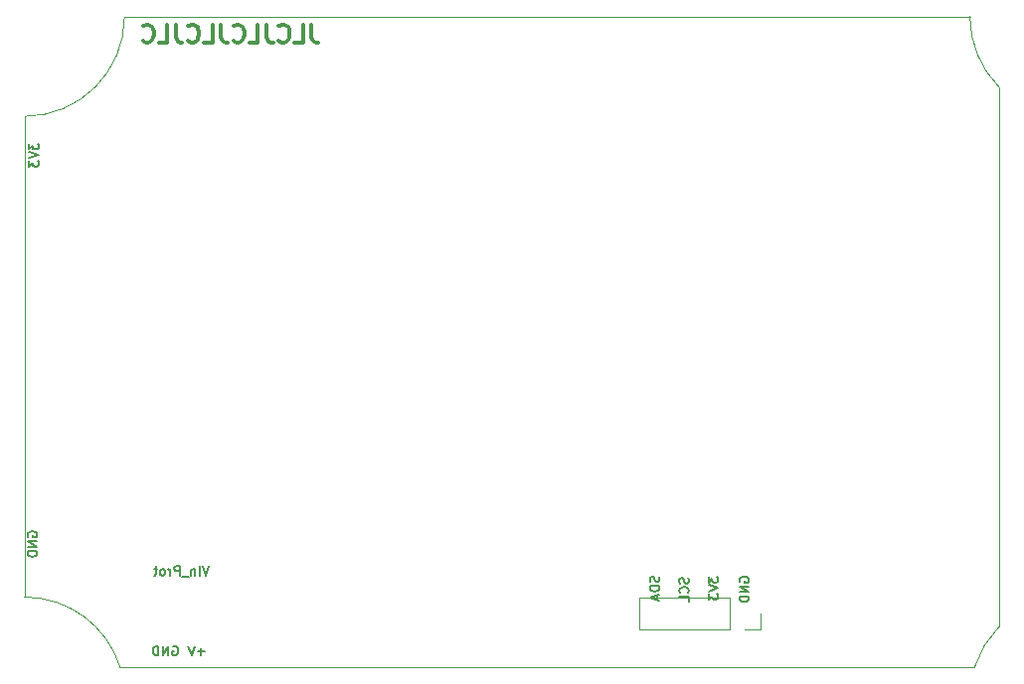
<source format=gbr>
%TF.GenerationSoftware,KiCad,Pcbnew,(5.1.9-0-10_14)*%
%TF.CreationDate,2021-01-29T17:32:38+02:00*%
%TF.ProjectId,SH-ESP32-HAT-Proto,53482d45-5350-4333-922d-4841542d5072,0.1.0*%
%TF.SameCoordinates,Original*%
%TF.FileFunction,Legend,Bot*%
%TF.FilePolarity,Positive*%
%FSLAX46Y46*%
G04 Gerber Fmt 4.6, Leading zero omitted, Abs format (unit mm)*
G04 Created by KiCad (PCBNEW (5.1.9-0-10_14)) date 2021-01-29 17:32:38*
%MOMM*%
%LPD*%
G01*
G04 APERTURE LIST*
%TA.AperFunction,Profile*%
%ADD10C,0.050000*%
%TD*%
%ADD11C,0.160000*%
%ADD12C,0.300000*%
%ADD13C,0.120000*%
G04 APERTURE END LIST*
D10*
X171989592Y-63010408D02*
X172000000Y-109000000D01*
D11*
X89290000Y-101370476D02*
X89251904Y-101294285D01*
X89251904Y-101180000D01*
X89290000Y-101065714D01*
X89366190Y-100989523D01*
X89442380Y-100951428D01*
X89594761Y-100913333D01*
X89709047Y-100913333D01*
X89861428Y-100951428D01*
X89937619Y-100989523D01*
X90013809Y-101065714D01*
X90051904Y-101180000D01*
X90051904Y-101256190D01*
X90013809Y-101370476D01*
X89975714Y-101408571D01*
X89709047Y-101408571D01*
X89709047Y-101256190D01*
X90051904Y-101751428D02*
X89251904Y-101751428D01*
X90051904Y-102208571D01*
X89251904Y-102208571D01*
X90051904Y-102589523D02*
X89251904Y-102589523D01*
X89251904Y-102780000D01*
X89290000Y-102894285D01*
X89366190Y-102970476D01*
X89442380Y-103008571D01*
X89594761Y-103046666D01*
X89709047Y-103046666D01*
X89861428Y-103008571D01*
X89937619Y-102970476D01*
X90013809Y-102894285D01*
X90051904Y-102780000D01*
X90051904Y-102589523D01*
X89371904Y-67819523D02*
X89371904Y-68314761D01*
X89676666Y-68048095D01*
X89676666Y-68162380D01*
X89714761Y-68238571D01*
X89752857Y-68276666D01*
X89829047Y-68314761D01*
X90019523Y-68314761D01*
X90095714Y-68276666D01*
X90133809Y-68238571D01*
X90171904Y-68162380D01*
X90171904Y-67933809D01*
X90133809Y-67857619D01*
X90095714Y-67819523D01*
X89371904Y-68543333D02*
X90171904Y-68810000D01*
X89371904Y-69076666D01*
X89371904Y-69267142D02*
X89371904Y-69762380D01*
X89676666Y-69495714D01*
X89676666Y-69610000D01*
X89714761Y-69686190D01*
X89752857Y-69724285D01*
X89829047Y-69762380D01*
X90019523Y-69762380D01*
X90095714Y-69724285D01*
X90133809Y-69686190D01*
X90171904Y-69610000D01*
X90171904Y-69381428D01*
X90133809Y-69305238D01*
X90095714Y-69267142D01*
X143013809Y-104768571D02*
X143051904Y-104882857D01*
X143051904Y-105073333D01*
X143013809Y-105149523D01*
X142975714Y-105187619D01*
X142899523Y-105225714D01*
X142823333Y-105225714D01*
X142747142Y-105187619D01*
X142709047Y-105149523D01*
X142670952Y-105073333D01*
X142632857Y-104920952D01*
X142594761Y-104844761D01*
X142556666Y-104806666D01*
X142480476Y-104768571D01*
X142404285Y-104768571D01*
X142328095Y-104806666D01*
X142290000Y-104844761D01*
X142251904Y-104920952D01*
X142251904Y-105111428D01*
X142290000Y-105225714D01*
X143051904Y-105568571D02*
X142251904Y-105568571D01*
X142251904Y-105759047D01*
X142290000Y-105873333D01*
X142366190Y-105949523D01*
X142442380Y-105987619D01*
X142594761Y-106025714D01*
X142709047Y-106025714D01*
X142861428Y-105987619D01*
X142937619Y-105949523D01*
X143013809Y-105873333D01*
X143051904Y-105759047D01*
X143051904Y-105568571D01*
X142823333Y-106330476D02*
X142823333Y-106711428D01*
X143051904Y-106254285D02*
X142251904Y-106520952D01*
X143051904Y-106787619D01*
X145513809Y-104887619D02*
X145551904Y-105001904D01*
X145551904Y-105192380D01*
X145513809Y-105268571D01*
X145475714Y-105306666D01*
X145399523Y-105344761D01*
X145323333Y-105344761D01*
X145247142Y-105306666D01*
X145209047Y-105268571D01*
X145170952Y-105192380D01*
X145132857Y-105040000D01*
X145094761Y-104963809D01*
X145056666Y-104925714D01*
X144980476Y-104887619D01*
X144904285Y-104887619D01*
X144828095Y-104925714D01*
X144790000Y-104963809D01*
X144751904Y-105040000D01*
X144751904Y-105230476D01*
X144790000Y-105344761D01*
X145475714Y-106144761D02*
X145513809Y-106106666D01*
X145551904Y-105992380D01*
X145551904Y-105916190D01*
X145513809Y-105801904D01*
X145437619Y-105725714D01*
X145361428Y-105687619D01*
X145209047Y-105649523D01*
X145094761Y-105649523D01*
X144942380Y-105687619D01*
X144866190Y-105725714D01*
X144790000Y-105801904D01*
X144751904Y-105916190D01*
X144751904Y-105992380D01*
X144790000Y-106106666D01*
X144828095Y-106144761D01*
X145551904Y-106868571D02*
X145551904Y-106487619D01*
X144751904Y-106487619D01*
X149890000Y-105230476D02*
X149851904Y-105154285D01*
X149851904Y-105040000D01*
X149890000Y-104925714D01*
X149966190Y-104849523D01*
X150042380Y-104811428D01*
X150194761Y-104773333D01*
X150309047Y-104773333D01*
X150461428Y-104811428D01*
X150537619Y-104849523D01*
X150613809Y-104925714D01*
X150651904Y-105040000D01*
X150651904Y-105116190D01*
X150613809Y-105230476D01*
X150575714Y-105268571D01*
X150309047Y-105268571D01*
X150309047Y-105116190D01*
X150651904Y-105611428D02*
X149851904Y-105611428D01*
X150651904Y-106068571D01*
X149851904Y-106068571D01*
X150651904Y-106449523D02*
X149851904Y-106449523D01*
X149851904Y-106640000D01*
X149890000Y-106754285D01*
X149966190Y-106830476D01*
X150042380Y-106868571D01*
X150194761Y-106906666D01*
X150309047Y-106906666D01*
X150461428Y-106868571D01*
X150537619Y-106830476D01*
X150613809Y-106754285D01*
X150651904Y-106640000D01*
X150651904Y-106449523D01*
X147251904Y-104749523D02*
X147251904Y-105244761D01*
X147556666Y-104978095D01*
X147556666Y-105092380D01*
X147594761Y-105168571D01*
X147632857Y-105206666D01*
X147709047Y-105244761D01*
X147899523Y-105244761D01*
X147975714Y-105206666D01*
X148013809Y-105168571D01*
X148051904Y-105092380D01*
X148051904Y-104863809D01*
X148013809Y-104787619D01*
X147975714Y-104749523D01*
X147251904Y-105473333D02*
X148051904Y-105740000D01*
X147251904Y-106006666D01*
X147251904Y-106197142D02*
X147251904Y-106692380D01*
X147556666Y-106425714D01*
X147556666Y-106540000D01*
X147594761Y-106616190D01*
X147632857Y-106654285D01*
X147709047Y-106692380D01*
X147899523Y-106692380D01*
X147975714Y-106654285D01*
X148013809Y-106616190D01*
X148051904Y-106540000D01*
X148051904Y-106311428D01*
X148013809Y-106235238D01*
X147975714Y-106197142D01*
D10*
X89000000Y-106499081D02*
G75*
G02*
X97125000Y-112500000I0J-8500919D01*
G01*
X89000000Y-106500000D02*
X89000000Y-103000000D01*
X127000000Y-112500000D02*
X97125000Y-112500000D01*
X127000000Y-112500000D02*
X153000000Y-112500000D01*
D11*
X104347619Y-111157142D02*
X103738095Y-111157142D01*
X104042857Y-111461904D02*
X104042857Y-110852380D01*
X103471428Y-110661904D02*
X103204761Y-111461904D01*
X102938095Y-110661904D01*
D10*
X153000000Y-112500000D02*
X169891435Y-112499765D01*
X153000000Y-112500000D02*
X153000000Y-112500000D01*
X169891436Y-112499765D02*
G75*
G02*
X172000000Y-109000000I8108564J-2500235D01*
G01*
X171989592Y-63010408D02*
G75*
G02*
X169500000Y-57000000I6010408J6010408D01*
G01*
X97500000Y-57000000D02*
G75*
G02*
X89000000Y-65500000I-8500000J0D01*
G01*
X169500000Y-57000000D02*
X97500000Y-57000000D01*
X89000000Y-65500000D02*
X89000000Y-103000000D01*
D11*
X101609523Y-110700000D02*
X101685714Y-110661904D01*
X101800000Y-110661904D01*
X101914285Y-110700000D01*
X101990476Y-110776190D01*
X102028571Y-110852380D01*
X102066666Y-111004761D01*
X102066666Y-111119047D01*
X102028571Y-111271428D01*
X101990476Y-111347619D01*
X101914285Y-111423809D01*
X101800000Y-111461904D01*
X101723809Y-111461904D01*
X101609523Y-111423809D01*
X101571428Y-111385714D01*
X101571428Y-111119047D01*
X101723809Y-111119047D01*
X101228571Y-111461904D02*
X101228571Y-110661904D01*
X100771428Y-111461904D01*
X100771428Y-110661904D01*
X100390476Y-111461904D02*
X100390476Y-110661904D01*
X100200000Y-110661904D01*
X100085714Y-110700000D01*
X100009523Y-110776190D01*
X99971428Y-110852380D01*
X99933333Y-111004761D01*
X99933333Y-111119047D01*
X99971428Y-111271428D01*
X100009523Y-111347619D01*
X100085714Y-111423809D01*
X100200000Y-111461904D01*
X100390476Y-111461904D01*
X104711904Y-103861904D02*
X104445238Y-104661904D01*
X104178571Y-103861904D01*
X103911904Y-104661904D02*
X103911904Y-103861904D01*
X103530952Y-104128571D02*
X103530952Y-104661904D01*
X103530952Y-104204761D02*
X103492857Y-104166666D01*
X103416666Y-104128571D01*
X103302380Y-104128571D01*
X103226190Y-104166666D01*
X103188095Y-104242857D01*
X103188095Y-104661904D01*
X102997619Y-104738095D02*
X102388095Y-104738095D01*
X102197619Y-104661904D02*
X102197619Y-103861904D01*
X101892857Y-103861904D01*
X101816666Y-103900000D01*
X101778571Y-103938095D01*
X101740476Y-104014285D01*
X101740476Y-104128571D01*
X101778571Y-104204761D01*
X101816666Y-104242857D01*
X101892857Y-104280952D01*
X102197619Y-104280952D01*
X101397619Y-104661904D02*
X101397619Y-104128571D01*
X101397619Y-104280952D02*
X101359523Y-104204761D01*
X101321428Y-104166666D01*
X101245238Y-104128571D01*
X101169047Y-104128571D01*
X100788095Y-104661904D02*
X100864285Y-104623809D01*
X100902380Y-104585714D01*
X100940476Y-104509523D01*
X100940476Y-104280952D01*
X100902380Y-104204761D01*
X100864285Y-104166666D01*
X100788095Y-104128571D01*
X100673809Y-104128571D01*
X100597619Y-104166666D01*
X100559523Y-104204761D01*
X100521428Y-104280952D01*
X100521428Y-104509523D01*
X100559523Y-104585714D01*
X100597619Y-104623809D01*
X100673809Y-104661904D01*
X100788095Y-104661904D01*
X100292857Y-104128571D02*
X99988095Y-104128571D01*
X100178571Y-103861904D02*
X100178571Y-104547619D01*
X100140476Y-104623809D01*
X100064285Y-104661904D01*
X99988095Y-104661904D01*
D12*
X113428571Y-57678571D02*
X113428571Y-58750000D01*
X113500000Y-58964285D01*
X113642857Y-59107142D01*
X113857142Y-59178571D01*
X114000000Y-59178571D01*
X112000000Y-59178571D02*
X112714285Y-59178571D01*
X112714285Y-57678571D01*
X110642857Y-59035714D02*
X110714285Y-59107142D01*
X110928571Y-59178571D01*
X111071428Y-59178571D01*
X111285714Y-59107142D01*
X111428571Y-58964285D01*
X111500000Y-58821428D01*
X111571428Y-58535714D01*
X111571428Y-58321428D01*
X111500000Y-58035714D01*
X111428571Y-57892857D01*
X111285714Y-57750000D01*
X111071428Y-57678571D01*
X110928571Y-57678571D01*
X110714285Y-57750000D01*
X110642857Y-57821428D01*
X109571428Y-57678571D02*
X109571428Y-58750000D01*
X109642857Y-58964285D01*
X109785714Y-59107142D01*
X110000000Y-59178571D01*
X110142857Y-59178571D01*
X108142857Y-59178571D02*
X108857142Y-59178571D01*
X108857142Y-57678571D01*
X106785714Y-59035714D02*
X106857142Y-59107142D01*
X107071428Y-59178571D01*
X107214285Y-59178571D01*
X107428571Y-59107142D01*
X107571428Y-58964285D01*
X107642857Y-58821428D01*
X107714285Y-58535714D01*
X107714285Y-58321428D01*
X107642857Y-58035714D01*
X107571428Y-57892857D01*
X107428571Y-57750000D01*
X107214285Y-57678571D01*
X107071428Y-57678571D01*
X106857142Y-57750000D01*
X106785714Y-57821428D01*
X105714285Y-57678571D02*
X105714285Y-58750000D01*
X105785714Y-58964285D01*
X105928571Y-59107142D01*
X106142857Y-59178571D01*
X106285714Y-59178571D01*
X104285714Y-59178571D02*
X105000000Y-59178571D01*
X105000000Y-57678571D01*
X102928571Y-59035714D02*
X103000000Y-59107142D01*
X103214285Y-59178571D01*
X103357142Y-59178571D01*
X103571428Y-59107142D01*
X103714285Y-58964285D01*
X103785714Y-58821428D01*
X103857142Y-58535714D01*
X103857142Y-58321428D01*
X103785714Y-58035714D01*
X103714285Y-57892857D01*
X103571428Y-57750000D01*
X103357142Y-57678571D01*
X103214285Y-57678571D01*
X103000000Y-57750000D01*
X102928571Y-57821428D01*
X101857142Y-57678571D02*
X101857142Y-58750000D01*
X101928571Y-58964285D01*
X102071428Y-59107142D01*
X102285714Y-59178571D01*
X102428571Y-59178571D01*
X100428571Y-59178571D02*
X101142857Y-59178571D01*
X101142857Y-57678571D01*
X99071428Y-59035714D02*
X99142857Y-59107142D01*
X99357142Y-59178571D01*
X99500000Y-59178571D01*
X99714285Y-59107142D01*
X99857142Y-58964285D01*
X99928571Y-58821428D01*
X100000000Y-58535714D01*
X100000000Y-58321428D01*
X99928571Y-58035714D01*
X99857142Y-57892857D01*
X99714285Y-57750000D01*
X99500000Y-57678571D01*
X99357142Y-57678571D01*
X99142857Y-57750000D01*
X99071428Y-57821428D01*
D13*
%TO.C,J303*%
X141350000Y-109240000D02*
X141350000Y-106580000D01*
X149030000Y-109240000D02*
X141350000Y-109240000D01*
X149030000Y-106580000D02*
X141350000Y-106580000D01*
X149030000Y-109240000D02*
X149030000Y-106580000D01*
X150300000Y-109240000D02*
X151630000Y-109240000D01*
X151630000Y-109240000D02*
X151630000Y-107910000D01*
%TD*%
M02*

</source>
